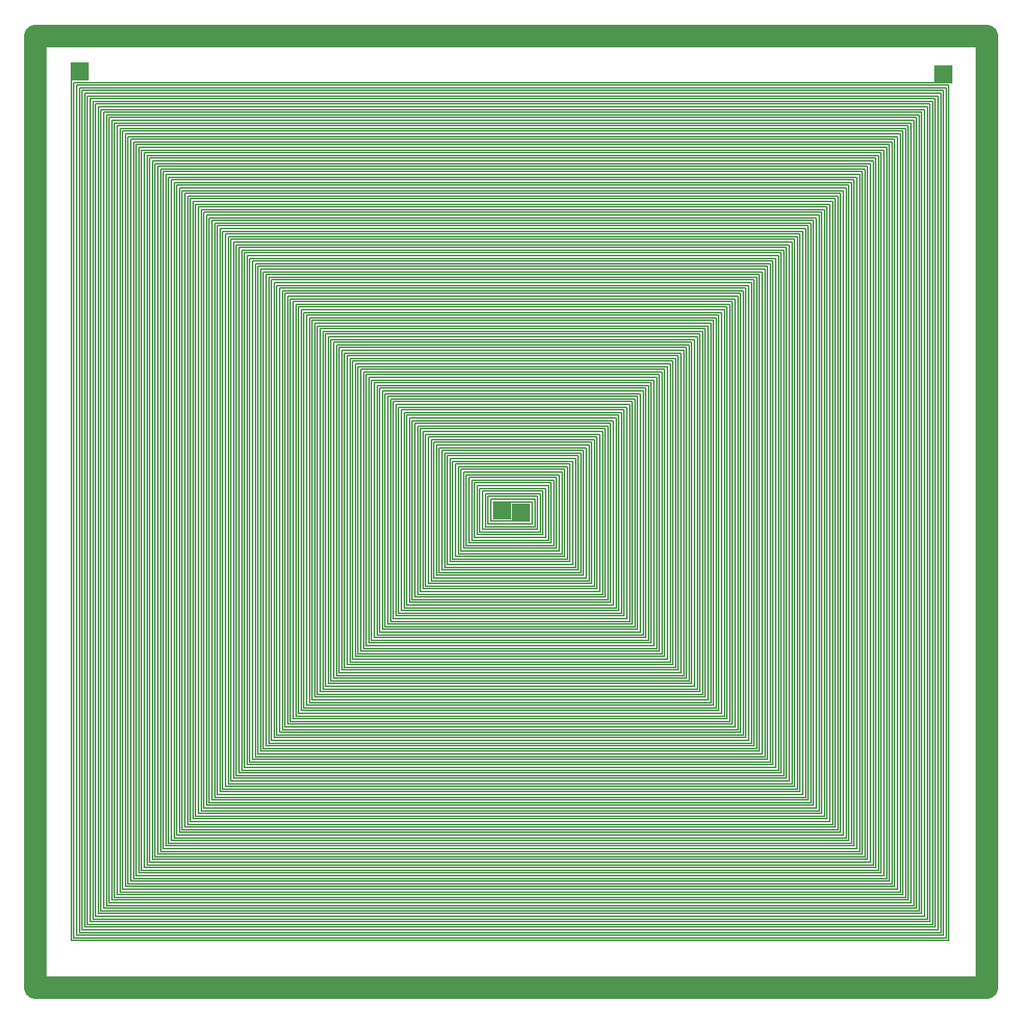
<source format=gbr>
G04 start of page 2 for group 0 idx 0 *
G04 Title: (unknown), component *
G04 Creator: pcb 1.99y *
G04 CreationDate: Mon Mar  9 18:38:29 2009 UTC *
G04 For: dj *
G04 Format: Gerber/RS-274X *
G04 PCB-Dimensions: 432000 432000 *
G04 PCB-Coordinate-Origin: lower left *
%MOIN*%
%FSLAX25Y25*%
%LNFRONT*%
%ADD11C,0.0060*%
%ADD12C,0.1000*%
%ADD13C,0.0200*%
%ADD14C,0.0300*%
G54D11*X205600Y222700D02*X227600D01*
X204400Y223900D02*X228800D01*
X203200Y225100D02*X230000D01*
X202000Y226300D02*X231200D01*
X200800Y227500D02*X232400D01*
X199600Y228700D02*X233600D01*
X198400Y229900D02*X234800D01*
X197200Y231100D02*X236000D01*
X196000Y232300D02*X237200D01*
X194800Y233500D02*X238400D01*
X193600Y234700D02*X239600D01*
X192400Y235900D02*X240800D01*
X191200Y237100D02*X242000D01*
X190000Y238300D02*X243200D01*
X188800Y239500D02*X244400D01*
X187600Y240700D02*X245600D01*
X186400Y241900D02*X246800D01*
X185200Y243100D02*X248000D01*
X184000Y244300D02*X249200D01*
X182800Y245500D02*X250400D01*
X181600Y246700D02*X251600D01*
X180400Y247900D02*X252800D01*
X179200Y249100D02*X254000D01*
X178000Y250300D02*X255200D01*
X176800Y251500D02*X256400D01*
X175600Y252700D02*X257600D01*
X174400Y253900D02*X258800D01*
X102400Y325900D02*X330800D01*
X101200Y327100D02*X332000D01*
X100000Y328300D02*X333200D01*
X98800Y329500D02*X334400D01*
X97600Y330700D02*X335600D01*
X96400Y331900D02*X336800D01*
X95200Y333100D02*X338000D01*
X94000Y334300D02*X339200D01*
X92800Y335500D02*X340400D01*
X91600Y336700D02*X341600D01*
X90400Y337900D02*X342800D01*
X89200Y339100D02*X344000D01*
X88000Y340300D02*X345200D01*
X86800Y341500D02*X346400D01*
X85600Y342700D02*X347600D01*
X84400Y343900D02*X348800D01*
X83200Y345100D02*X350000D01*
X82000Y346300D02*X351200D01*
X80800Y347500D02*X352400D01*
X79600Y348700D02*X353600D01*
X78400Y349900D02*X354800D01*
X77200Y351100D02*X356000D01*
X76000Y352300D02*X357200D01*
X74800Y353500D02*X358400D01*
X73600Y354700D02*X359600D01*
X72400Y355900D02*X360800D01*
X71200Y357100D02*X362000D01*
X70000Y358300D02*X363200D01*
X68800Y359500D02*X364400D01*
X67600Y360700D02*X365600D01*
X66400Y361900D02*X366800D01*
X65200Y363100D02*X368000D01*
X64000Y364300D02*X369200D01*
X62800Y365500D02*X370400D01*
X61600Y366700D02*X371600D01*
X60400Y367900D02*X372800D01*
X59200Y369100D02*X374000D01*
X58000Y370300D02*X375200D01*
X56800Y371500D02*X376400D01*
X55600Y372700D02*X377600D01*
X54400Y373900D02*X378800D01*
X53200Y375100D02*X380000D01*
X52000Y376300D02*X381200D01*
X50800Y377500D02*X382400D01*
X49600Y378700D02*X383600D01*
X48400Y379900D02*X384800D01*
X47200Y381100D02*X386000D01*
X46000Y382300D02*X387200D01*
X44800Y383500D02*X388400D01*
X43600Y384700D02*X389600D01*
X42400Y385900D02*X390800D01*
X41200Y387100D02*X392000D01*
X40000Y388300D02*X393200D01*
X38800Y389500D02*X394400D01*
X37600Y390700D02*X395600D01*
X36400Y391900D02*X396800D01*
X35200Y393100D02*X398000D01*
X34000Y394300D02*X399200D01*
X32800Y395500D02*X400400D01*
X31600Y396700D02*X401600D01*
X30400Y397900D02*X402800D01*
X29200Y399100D02*X404000D01*
X28000Y400300D02*X405200D01*
X26800Y401500D02*X406400D01*
X25600Y402700D02*X407600D01*
X24400Y403900D02*X408800D01*
X23200Y405100D02*X410000D01*
X22000Y406300D02*X411200D01*
G54D12*X5000Y427000D02*X427000D01*
G54D11*X204400Y209300D02*X226400D01*
X203200Y208100D02*X227600D01*
X202000Y206900D02*X228800D01*
X226400Y209300D02*Y221500D01*
X227600Y208100D02*Y222700D01*
X228800Y206900D02*Y223900D01*
X230000Y205700D02*Y225100D01*
X231200Y204500D02*Y226300D01*
X232400Y203300D02*Y227500D01*
X200800Y205700D02*X230000D01*
X199600Y204500D02*X231200D01*
X198400Y203300D02*X232400D01*
X197200Y202100D02*X233600D01*
X206800Y211700D02*Y221500D01*
X208000Y220300D02*X225200D01*
X205600Y210500D02*Y222700D01*
X206800Y221500D02*X226400D01*
X206800Y211700D02*X224000D01*
Y219100D01*
X205600Y210500D02*X225200D01*
Y220300D01*
X233600Y202100D02*Y228700D01*
X196000Y200900D02*X234800D01*
X255200Y180500D02*Y250300D01*
X256400Y179300D02*Y251500D01*
X257600Y178100D02*Y252700D01*
X258800Y176900D02*Y253900D01*
X260000Y175700D02*Y255100D01*
X261200Y174500D02*Y256300D01*
X262400Y173300D02*Y257500D01*
X263600Y172100D02*Y258700D01*
X264800Y170900D02*Y259900D01*
X266000Y169700D02*Y261100D01*
X267200Y168500D02*Y262300D01*
X268400Y167300D02*Y263500D01*
X269600Y166100D02*Y264700D01*
X270800Y164900D02*Y265900D01*
X272000Y163700D02*Y267100D01*
X273200Y162500D02*Y268300D01*
X274400Y161300D02*Y269500D01*
X275600Y160100D02*Y270700D01*
X276800Y158900D02*Y271900D01*
X278000Y157700D02*Y273100D01*
X279200Y156500D02*Y274300D01*
X280400Y155300D02*Y275500D01*
X281600Y154100D02*Y276700D01*
X282800Y152900D02*Y277900D01*
X284000Y151700D02*Y279100D01*
X285200Y150500D02*Y280300D01*
X286400Y149300D02*Y281500D01*
X287600Y148100D02*Y282700D01*
X288800Y146900D02*Y283900D01*
X290000Y145700D02*Y285100D01*
X291200Y144500D02*Y286300D01*
X292400Y143300D02*Y287500D01*
X293600Y142100D02*Y288700D01*
X294800Y140900D02*Y289900D01*
X296000Y139700D02*Y291100D01*
X297200Y138500D02*Y292300D01*
X298400Y137300D02*Y293500D01*
X299600Y136100D02*Y294700D01*
X234800Y200900D02*Y229900D01*
X236000Y199700D02*Y231100D01*
X237200Y198500D02*Y232300D01*
X238400Y197300D02*Y233500D01*
X239600Y196100D02*Y234700D01*
X240800Y194900D02*Y235900D01*
X242000Y193700D02*Y237100D01*
X243200Y192500D02*Y238300D01*
X244400Y191300D02*Y239500D01*
X245600Y190100D02*Y240700D01*
X246800Y188900D02*Y241900D01*
X248000Y187700D02*Y243100D01*
X249200Y186500D02*Y244300D01*
X250400Y185300D02*Y245500D01*
X251600Y184100D02*Y246700D01*
X252800Y182900D02*Y247900D01*
X254000Y181700D02*Y249100D01*
X194800Y199700D02*X236000D01*
X193600Y198500D02*X237200D01*
X192400Y197300D02*X238400D01*
X191200Y196100D02*X239600D01*
X190000Y194900D02*X240800D01*
X188800Y193700D02*X242000D01*
X187600Y192500D02*X243200D01*
X186400Y191300D02*X244400D01*
X185200Y190100D02*X245600D01*
X184000Y188900D02*X246800D01*
X182800Y187700D02*X248000D01*
X181600Y186500D02*X249200D01*
X180400Y185300D02*X250400D01*
X179200Y184100D02*X251600D01*
X178000Y182900D02*X252800D01*
X176800Y181700D02*X254000D01*
X175600Y180500D02*X255200D01*
X174400Y179300D02*X256400D01*
X173200Y178100D02*X257600D01*
X172000Y176900D02*X258800D01*
X170800Y175700D02*X260000D01*
X169600Y174500D02*X261200D01*
X168400Y173300D02*X262400D01*
X167200Y172100D02*X263600D01*
X166000Y170900D02*X264800D01*
X164800Y169700D02*X266000D01*
X163600Y168500D02*X267200D01*
X162400Y167300D02*X268400D01*
X161200Y166100D02*X269600D01*
X160000Y164900D02*X270800D01*
X158800Y163700D02*X272000D01*
X157600Y162500D02*X273200D01*
X156400Y161300D02*X274400D01*
X155200Y160100D02*X275600D01*
X154000Y158900D02*X276800D01*
X152800Y157700D02*X278000D01*
X151600Y156500D02*X279200D01*
X150400Y155300D02*X280400D01*
X149200Y154100D02*X281600D01*
X148000Y152900D02*X282800D01*
X146800Y151700D02*X284000D01*
X145600Y150500D02*X285200D01*
X144400Y149300D02*X286400D01*
X143200Y148100D02*X287600D01*
X142000Y146900D02*X288800D01*
X140800Y145700D02*X290000D01*
X139600Y144500D02*X291200D01*
X138400Y143300D02*X292400D01*
X137200Y142100D02*X293600D01*
X136000Y140900D02*X294800D01*
X134800Y139700D02*X296000D01*
X133600Y138500D02*X297200D01*
X132400Y137300D02*X298400D01*
X131200Y136100D02*X299600D01*
X130000Y134900D02*X300800D01*
X173200Y255100D02*X260000D01*
X172000Y256300D02*X261200D01*
X170800Y257500D02*X262400D01*
X169600Y258700D02*X263600D01*
X168400Y259900D02*X264800D01*
X167200Y261100D02*X266000D01*
X166000Y262300D02*X267200D01*
X164800Y263500D02*X268400D01*
X163600Y264700D02*X269600D01*
X162400Y265900D02*X270800D01*
X161200Y267100D02*X272000D01*
X160000Y268300D02*X273200D01*
X158800Y269500D02*X274400D01*
X157600Y270700D02*X275600D01*
X156400Y271900D02*X276800D01*
X155200Y273100D02*X278000D01*
X154000Y274300D02*X279200D01*
X152800Y275500D02*X280400D01*
X151600Y276700D02*X281600D01*
X150400Y277900D02*X282800D01*
X149200Y279100D02*X284000D01*
X148000Y280300D02*X285200D01*
X146800Y281500D02*X286400D01*
X145600Y282700D02*X287600D01*
X144400Y283900D02*X288800D01*
X143200Y285100D02*X290000D01*
X142000Y286300D02*X291200D01*
X140800Y287500D02*X292400D01*
X139600Y288700D02*X293600D01*
X138400Y289900D02*X294800D01*
X137200Y291100D02*X296000D01*
X136000Y292300D02*X297200D01*
X134800Y293500D02*X298400D01*
X133600Y294700D02*X299600D01*
X132400Y295900D02*X300800D01*
X131200Y297100D02*X302000D01*
X130000Y298300D02*X303200D01*
X128800Y299500D02*X304400D01*
X127600Y300700D02*X305600D01*
X126400Y301900D02*X306800D01*
X125200Y303100D02*X308000D01*
X124000Y304300D02*X309200D01*
X122800Y305500D02*X310400D01*
X121600Y306700D02*X311600D01*
X120400Y307900D02*X312800D01*
X119200Y309100D02*X314000D01*
X118000Y310300D02*X315200D01*
X116800Y311500D02*X316400D01*
X115600Y312700D02*X317600D01*
X114400Y313900D02*X318800D01*
X113200Y315100D02*X320000D01*
X112000Y316300D02*X321200D01*
X110800Y317500D02*X322400D01*
X109600Y318700D02*X323600D01*
X108400Y319900D02*X324800D01*
X107200Y321100D02*X326000D01*
X106000Y322300D02*X327200D01*
X104800Y323500D02*X328400D01*
X103600Y324700D02*X329600D01*
X179200Y184100D02*Y249100D01*
X178000Y182900D02*Y250300D01*
X176800Y181700D02*Y251500D01*
X175600Y180500D02*Y252700D01*
X174400Y179300D02*Y253900D01*
X173200Y178100D02*Y255100D01*
X172000Y176900D02*Y256300D01*
X170800Y175700D02*Y257500D01*
X169600Y174500D02*Y258700D01*
X168400Y173300D02*Y259900D01*
X167200Y172100D02*Y261100D01*
X166000Y170900D02*Y262300D01*
X164800Y169700D02*Y263500D01*
X163600Y168500D02*Y264700D01*
X162400Y167300D02*Y265900D01*
X161200Y166100D02*Y267100D01*
X160000Y164900D02*Y268300D01*
X158800Y163700D02*Y269500D01*
X157600Y162500D02*Y270700D01*
X156400Y161300D02*Y271900D01*
X155200Y160100D02*Y273100D01*
X154000Y158900D02*Y274300D01*
X152800Y157700D02*Y275500D01*
X151600Y156500D02*Y276700D01*
X150400Y155300D02*Y277900D01*
X149200Y154100D02*Y279100D01*
X148000Y152900D02*Y280300D01*
X146800Y151700D02*Y281500D01*
X145600Y150500D02*Y282700D01*
X144400Y149300D02*Y283900D01*
X143200Y148100D02*Y285100D01*
X142000Y146900D02*Y286300D01*
X140800Y145700D02*Y287500D01*
X139600Y144500D02*Y288700D01*
X138400Y143300D02*Y289900D01*
X137200Y142100D02*Y291100D01*
X136000Y140900D02*Y292300D01*
X134800Y139700D02*Y293500D01*
X133600Y138500D02*Y294700D01*
X132400Y137300D02*Y295900D01*
X131200Y136100D02*Y297100D01*
X130000Y134900D02*Y298300D01*
X128800Y133700D02*Y299500D01*
X127600Y132500D02*Y300700D01*
X126400Y131300D02*Y301900D01*
X125200Y130100D02*Y303100D01*
X124000Y128900D02*Y304300D01*
X122800Y127700D02*Y305500D01*
X121600Y126500D02*Y306700D01*
X120400Y125300D02*Y307900D01*
X119200Y124100D02*Y309100D01*
X118000Y122900D02*Y310300D01*
X116800Y121700D02*Y311500D01*
X115600Y120500D02*Y312700D01*
X114400Y119300D02*Y313900D01*
X113200Y118100D02*Y315100D01*
X112000Y116900D02*Y316300D01*
X110800Y115700D02*Y317500D01*
X109600Y114500D02*Y318700D01*
X108400Y113300D02*Y319900D01*
X107200Y112100D02*Y321100D01*
X106000Y110900D02*Y322300D01*
X104800Y109700D02*Y323500D01*
X103600Y108500D02*Y324700D01*
X102400Y107300D02*Y325900D01*
X101200Y106100D02*Y327100D01*
X100000Y104900D02*Y328300D01*
X98800Y103700D02*Y329500D01*
X97600Y102500D02*Y330700D01*
X96400Y101300D02*Y331900D01*
X95200Y100100D02*Y333100D01*
X94000Y98900D02*Y334300D01*
X92800Y97700D02*Y335500D01*
X91600Y96500D02*Y336700D01*
X90400Y95300D02*Y337900D01*
X89200Y94100D02*Y339100D01*
X88000Y92900D02*Y340300D01*
X86800Y91700D02*Y341500D01*
X85600Y90500D02*Y342700D01*
X84400Y89300D02*Y343900D01*
X83200Y88100D02*Y345100D01*
X82000Y86900D02*Y346300D01*
X80800Y85700D02*Y347500D01*
X79600Y84500D02*Y348700D01*
X78400Y83300D02*Y349900D01*
X77200Y82100D02*Y351100D01*
X76000Y80900D02*Y352300D01*
X74800Y79700D02*Y353500D01*
X73600Y78500D02*Y354700D01*
X72400Y77300D02*Y355900D01*
X71200Y76100D02*Y357100D01*
X70000Y74900D02*Y358300D01*
X68800Y73700D02*Y359500D01*
X67600Y72500D02*Y360700D01*
X66400Y71300D02*Y361900D01*
X65200Y70100D02*Y363100D01*
X64000Y68900D02*Y364300D01*
X62800Y67700D02*Y365500D01*
X61600Y66500D02*Y366700D01*
X60400Y65300D02*Y367900D01*
X59200Y64100D02*Y369100D01*
X58000Y62900D02*Y370300D01*
X56800Y61700D02*Y371500D01*
X55600Y60500D02*Y372700D01*
X54400Y59300D02*Y373900D01*
X53200Y58100D02*Y375100D01*
X52000Y56900D02*Y376300D01*
X50800Y55700D02*Y377500D01*
X49600Y54500D02*Y378700D01*
X48400Y53300D02*Y379900D01*
X47200Y52100D02*Y381100D01*
X46000Y50900D02*Y382300D01*
X44800Y49700D02*Y383500D01*
X43600Y48500D02*Y384700D01*
X42400Y47300D02*Y385900D01*
X41200Y46100D02*Y387100D01*
X40000Y44900D02*Y388300D01*
X38800Y43700D02*Y389500D01*
X37600Y42500D02*Y390700D01*
X36400Y41300D02*Y391900D01*
X35200Y40100D02*Y393100D01*
X34000Y38900D02*Y394300D01*
X32800Y37700D02*Y395500D01*
X31600Y36500D02*Y396700D01*
X30400Y35300D02*Y397900D01*
X29200Y34100D02*Y399100D01*
X28000Y32900D02*Y400300D01*
X26800Y31700D02*Y401500D01*
X25600Y30500D02*Y402700D01*
X24400Y29300D02*Y403900D01*
X23200Y28100D02*Y405100D01*
X22000Y26900D02*Y406300D01*
X20800Y25700D02*Y407500D01*
G54D12*X5000Y5000D02*Y427000D01*
G54D11*X300800Y134900D02*Y295900D01*
X302000Y133700D02*Y297100D01*
X303200Y132500D02*Y298300D01*
X304400Y131300D02*Y299500D01*
X305600Y130100D02*Y300700D01*
X306800Y128900D02*Y301900D01*
X308000Y127700D02*Y303100D01*
X309200Y126500D02*Y304300D01*
X310400Y125300D02*Y305500D01*
X311600Y124100D02*Y306700D01*
X312800Y122900D02*Y307900D01*
X314000Y121700D02*Y309100D01*
X315200Y120500D02*Y310300D01*
X316400Y119300D02*Y311500D01*
X317600Y118100D02*Y312700D01*
X318800Y116900D02*Y313900D01*
X320000Y115700D02*Y315100D01*
X321200Y114500D02*Y316300D01*
X322400Y113300D02*Y317500D01*
X323600Y112100D02*Y318700D01*
X324800Y110900D02*Y319900D01*
X326000Y109700D02*Y321100D01*
X327200Y108500D02*Y322300D01*
X328400Y107300D02*Y323500D01*
X329600Y106100D02*Y324700D01*
X330800Y104900D02*Y325900D01*
X332000Y103700D02*Y327100D01*
X333200Y102500D02*Y328300D01*
X334400Y101300D02*Y329500D01*
X335600Y100100D02*Y330700D01*
X336800Y98900D02*Y331900D01*
X338000Y97700D02*Y333100D01*
X339200Y96500D02*Y334300D01*
X340400Y95300D02*Y335500D01*
X341600Y94100D02*Y336700D01*
X342800Y92900D02*Y337900D01*
X344000Y91700D02*Y339100D01*
X345200Y90500D02*Y340300D01*
X346400Y89300D02*Y341500D01*
X347600Y88100D02*Y342700D01*
X348800Y86900D02*Y343900D01*
X350000Y85700D02*Y345100D01*
X351200Y84500D02*Y346300D01*
X352400Y83300D02*Y347500D01*
X353600Y82100D02*Y348700D01*
X354800Y80900D02*Y349900D01*
X356000Y79700D02*Y351100D01*
X357200Y78500D02*Y352300D01*
X358400Y77300D02*Y353500D01*
X359600Y76100D02*Y354700D01*
X360800Y74900D02*Y355900D01*
X362000Y73700D02*Y357100D01*
X363200Y72500D02*Y358300D01*
X364400Y71300D02*Y359500D01*
X365600Y70100D02*Y360700D01*
X366800Y68900D02*Y361900D01*
X368000Y67700D02*Y363100D01*
X369200Y66500D02*Y364300D01*
X370400Y65300D02*Y365500D01*
X371600Y64100D02*Y366700D01*
X372800Y62900D02*Y367900D01*
X374000Y61700D02*Y369100D01*
X375200Y60500D02*Y370300D01*
X376400Y59300D02*Y371500D01*
X377600Y58100D02*Y372700D01*
X378800Y56900D02*Y373900D01*
X380000Y55700D02*Y375100D01*
X381200Y54500D02*Y376300D01*
X382400Y53300D02*Y377500D01*
X383600Y52100D02*Y378700D01*
X384800Y50900D02*Y379900D01*
X386000Y49700D02*Y381100D01*
X387200Y48500D02*Y382300D01*
X388400Y47300D02*Y383500D01*
X389600Y46100D02*Y384700D01*
X390800Y44900D02*Y385900D01*
X392000Y43700D02*Y387100D01*
X393200Y42500D02*Y388300D01*
X394400Y41300D02*Y389500D01*
X395600Y40100D02*Y390700D01*
X396800Y38900D02*Y391900D01*
X398000Y37700D02*Y393100D01*
X399200Y36500D02*Y394300D01*
X400400Y35300D02*Y395500D01*
X401600Y34100D02*Y396700D01*
X402800Y32900D02*Y397900D01*
X404000Y31700D02*Y399100D01*
X405200Y30500D02*Y400300D01*
X406400Y29300D02*Y401500D01*
X407600Y28100D02*Y402700D01*
X408800Y26900D02*Y403900D01*
X410000Y25700D02*Y405100D01*
G54D12*X427000Y5000D02*Y427000D01*
G54D11*X204400Y209300D02*Y223900D01*
X203200Y208100D02*Y225100D01*
X202000Y206900D02*Y226300D01*
X200800Y205700D02*Y227500D01*
X199600Y204500D02*Y228700D01*
X198400Y203300D02*Y229900D01*
X197200Y202100D02*Y231100D01*
X196000Y200900D02*Y232300D01*
X194800Y199700D02*Y233500D01*
X193600Y198500D02*Y234700D01*
X192400Y197300D02*Y235900D01*
X191200Y196100D02*Y237100D01*
X190000Y194900D02*Y238300D01*
X188800Y193700D02*Y239500D01*
X187600Y192500D02*Y240700D01*
X186400Y191300D02*Y241900D01*
X185200Y190100D02*Y243100D01*
X184000Y188900D02*Y244300D01*
X182800Y187700D02*Y245500D01*
X181600Y186500D02*Y246700D01*
X180400Y185300D02*Y247900D01*
X128800Y133700D02*X302000D01*
X127600Y132500D02*X303200D01*
X126400Y131300D02*X304400D01*
X125200Y130100D02*X305600D01*
X124000Y128900D02*X306800D01*
X122800Y127700D02*X308000D01*
X121600Y126500D02*X309200D01*
X120400Y125300D02*X310400D01*
X119200Y124100D02*X311600D01*
X118000Y122900D02*X312800D01*
X116800Y121700D02*X314000D01*
X115600Y120500D02*X315200D01*
X114400Y119300D02*X316400D01*
X113200Y118100D02*X317600D01*
X112000Y116900D02*X318800D01*
X110800Y115700D02*X320000D01*
X109600Y114500D02*X321200D01*
X108400Y113300D02*X322400D01*
X107200Y112100D02*X323600D01*
X106000Y110900D02*X324800D01*
X104800Y109700D02*X326000D01*
X103600Y108500D02*X327200D01*
X102400Y107300D02*X328400D01*
X101200Y106100D02*X329600D01*
X100000Y104900D02*X330800D01*
X98800Y103700D02*X332000D01*
X97600Y102500D02*X333200D01*
X96400Y101300D02*X334400D01*
X95200Y100100D02*X335600D01*
X94000Y98900D02*X336800D01*
X92800Y97700D02*X338000D01*
X91600Y96500D02*X339200D01*
X90400Y95300D02*X340400D01*
X89200Y94100D02*X341600D01*
X88000Y92900D02*X342800D01*
X86800Y91700D02*X344000D01*
X85600Y90500D02*X345200D01*
X84400Y89300D02*X346400D01*
X83200Y88100D02*X347600D01*
X82000Y86900D02*X348800D01*
X80800Y85700D02*X350000D01*
X79600Y84500D02*X351200D01*
X78400Y83300D02*X352400D01*
X77200Y82100D02*X353600D01*
X76000Y80900D02*X354800D01*
X74800Y79700D02*X356000D01*
X73600Y78500D02*X357200D01*
X72400Y77300D02*X358400D01*
X71200Y76100D02*X359600D01*
X70000Y74900D02*X360800D01*
X68800Y73700D02*X362000D01*
X67600Y72500D02*X363200D01*
X66400Y71300D02*X364400D01*
X65200Y70100D02*X365600D01*
X64000Y68900D02*X366800D01*
X62800Y67700D02*X368000D01*
X61600Y66500D02*X369200D01*
X60400Y65300D02*X370400D01*
X59200Y64100D02*X371600D01*
X58000Y62900D02*X372800D01*
X56800Y61700D02*X374000D01*
X55600Y60500D02*X375200D01*
X54400Y59300D02*X376400D01*
X53200Y58100D02*X377600D01*
X52000Y56900D02*X378800D01*
X50800Y55700D02*X380000D01*
X49600Y54500D02*X381200D01*
X48400Y53300D02*X382400D01*
X47200Y52100D02*X383600D01*
X46000Y50900D02*X384800D01*
X44800Y49700D02*X386000D01*
X43600Y48500D02*X387200D01*
X42400Y47300D02*X388400D01*
X41200Y46100D02*X389600D01*
X40000Y44900D02*X390800D01*
X38800Y43700D02*X392000D01*
X37600Y42500D02*X393200D01*
X36400Y41300D02*X394400D01*
X35200Y40100D02*X395600D01*
X34000Y38900D02*X396800D01*
X32800Y37700D02*X398000D01*
X31600Y36500D02*X399200D01*
X30400Y35300D02*X400400D01*
X29200Y34100D02*X401600D01*
X28000Y32900D02*X402800D01*
X26800Y31700D02*X404000D01*
X25600Y30500D02*X405200D01*
X24400Y29300D02*X406400D01*
X23200Y28100D02*X407600D01*
X22000Y26900D02*X408800D01*
X20800Y25700D02*X410000D01*
G54D12*X5000Y5000D02*X427000D01*
G54D13*G36*
X207700Y220600D02*Y212600D01*
X215700D01*
Y220600D01*
X207700D01*
G37*
G36*
X216300Y219400D02*Y211400D01*
X224300D01*
Y219400D01*
X216300D01*
G37*
G36*
X20500Y415200D02*Y407200D01*
X28500D01*
Y415200D01*
X20500D01*
G37*
G36*
X403500Y414000D02*Y406000D01*
X411500D01*
Y414000D01*
X403500D01*
G37*
G54D14*M02*

</source>
